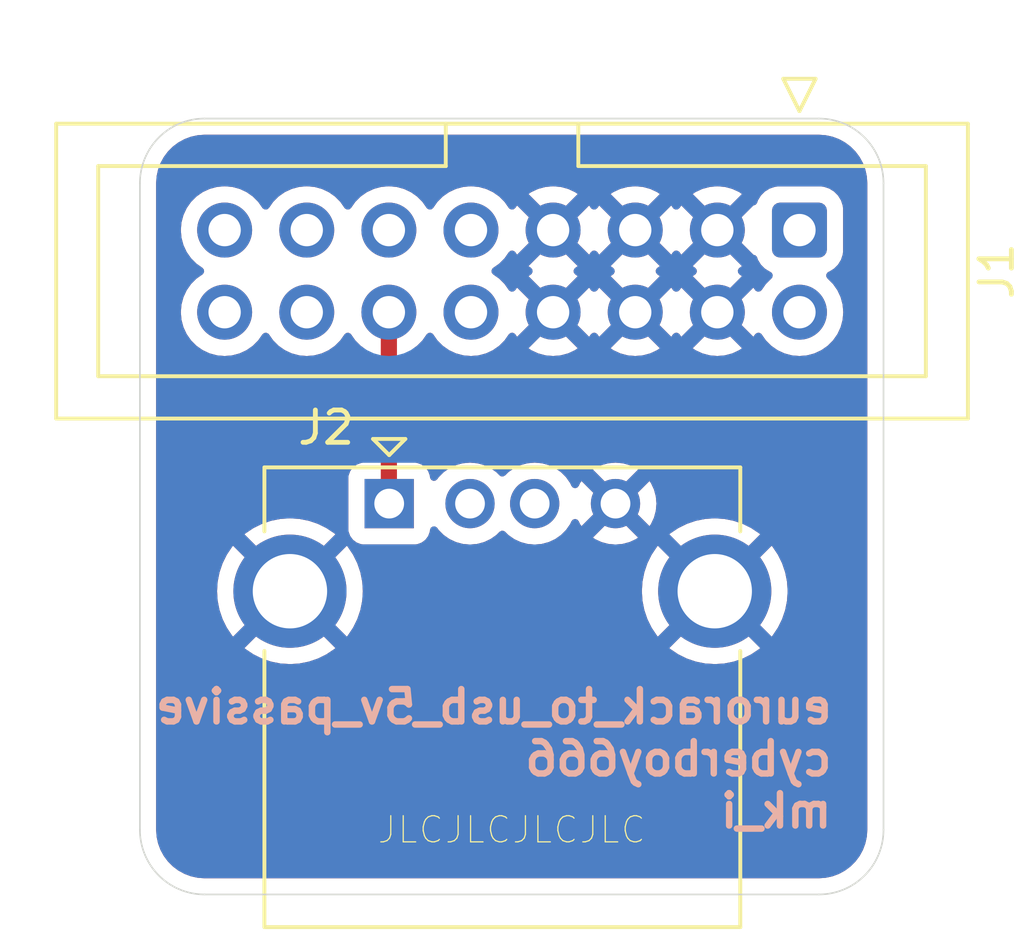
<source format=kicad_pcb>
(kicad_pcb (version 20240108) (generator "pcbnew") (generator_version "8.0")
  (layers (0 "F.Cu" signal) (31 "B.Cu" signal) (34 "B.Paste" user) (35 "F.Paste" user) (36 "B.SilkS" user "B.Silkscreen") (37 "F.SilkS" user "F.Silkscreen") (38 "B.Mask" user) (39 "F.Mask" user) (44 "Edge.Cuts" user))
  (net 0 "")
  (net 1 "GND")
  (net 10 "Net-(J1-Pin_12)")
  (footprint "Connector_USB:USB_A_CONNFLY_DS1095-WNR0" (layer "F.Cu") (at 145.21 87.91)
    (property "Reference" "J2" (at -1.95 -2.35 0) (layer "F.SilkS"))
    (property "Value" "usb-a-horizontal")
    (fp_line (start -3.86 -1.12) (end -3.86 0.86) (stroke (width 0.12)) (layer "F.SilkS"))
    (fp_line (start -3.86 -1.12) (end 10.86 -1.12) (stroke (width 0.12)) (layer "F.SilkS"))
    (fp_line (start -3.86 4.56) (end -3.86 13.1) (stroke (width 0.12)) (layer "F.SilkS"))
    (fp_line (start -3.86 13.1) (end 10.86 13.1) (stroke (width 0.12)) (layer "F.SilkS"))
    (fp_line (start -0.5 -2) (end 0 -1.5) (stroke (width 0.12)) (layer "F.SilkS"))
    (fp_line (start 0 -1.5) (end 0.5 -2) (stroke (width 0.12)) (layer "F.SilkS"))
    (fp_line (start 0.5 -2) (end -0.5 -2) (stroke (width 0.12)) (layer "F.SilkS"))
    (fp_line (start 10.86 0.86) (end 10.86 -1.12) (stroke (width 0.12)) (layer "F.SilkS"))
    (fp_line (start 10.86 4.56) (end 10.86 13.1) (stroke (width 0.12)) (layer "F.SilkS"))
    (pad "1" thru_hole rect (at 0 0) (size 1.524 1.524) (drill 0.92) (layers "*.Cu" "*.Mask") (net 10 "Net-(J1-Pin_12)"))
    (pad "2" thru_hole circle (at 2.5 0) (size 1.524 1.524) (drill 0.92) (layers "*.Cu" "*.Mask"))
    (pad "3" thru_hole circle (at 4.5 0) (size 1.524 1.524) (drill 0.92) (layers "*.Cu" "*.Mask"))
    (pad "4" thru_hole circle (at 7 0) (size 1.524 1.524) (drill 0.92) (layers "*.Cu" "*.Mask") (net 1 "GND"))
    (pad "5" thru_hole circle (at -3.07 2.71) (size 3.5 3.5) (drill 2.3) (layers "*.Cu" "*.Mask") (net 1 "GND"))
    (pad "5" thru_hole circle (at 10.07 2.71) (size 3.5 3.5) (drill 2.3) (layers "*.Cu" "*.Mask") (net 1 "GND"))
  )
  (footprint "Connector_IDC:IDC-Header_2x08_P2.54mm_Vertical" (layer "F.Cu") (at 157.9 79.45 -90)
    (property "Reference" "J1" (at 1.27 -6.1 90) (layer "F.SilkS"))
    (property "Value" "power_16pin_eurorack")
    (fp_line (start -3.29 22.99) (end -3.29 -5.21) (stroke (width 0.12)) (layer "F.SilkS"))
    (fp_line (start 5.83 22.99) (end -3.29 22.99) (stroke (width 0.12)) (layer "F.SilkS"))
    (fp_line (start -1.98 21.69) (end -1.98 10.94) (stroke (width 0.12)) (layer "F.SilkS"))
    (fp_line (start 4.52 21.69) (end -1.98 21.69) (stroke (width 0.12)) (layer "F.SilkS"))
    (fp_line (start -1.98 10.94) (end -3.29 10.94) (stroke (width 0.12)) (layer "F.SilkS"))
    (fp_line (start -1.98 10.94) (end -1.98 10.94) (stroke (width 0.12)) (layer "F.SilkS"))
    (fp_line (start -3.29 6.84) (end -1.98 6.84) (stroke (width 0.12)) (layer "F.SilkS"))
    (fp_line (start -1.98 6.84) (end -1.98 -3.91) (stroke (width 0.12)) (layer "F.SilkS"))
    (fp_line (start -4.68 0.5) (end -3.68 0) (stroke (width 0.12)) (layer "F.SilkS"))
    (fp_line (start -3.68 0) (end -4.68 -0.5) (stroke (width 0.12)) (layer "F.SilkS"))
    (fp_line (start -4.68 -0.5) (end -4.68 0.5) (stroke (width 0.12)) (layer "F.SilkS"))
    (fp_line (start -1.98 -3.91) (end 4.52 -3.91) (stroke (width 0.12)) (layer "F.SilkS"))
    (fp_line (start 4.52 -3.91) (end 4.52 21.69) (stroke (width 0.12)) (layer "F.SilkS"))
    (fp_line (start -3.29 -5.21) (end 5.83 -5.21) (stroke (width 0.12)) (layer "F.SilkS"))
    (fp_line (start 5.83 -5.21) (end 5.83 22.99) (stroke (width 0.12)) (layer "F.SilkS"))
    (pad "1" thru_hole roundrect (at 0 0 270) (size 1.7 1.7) (drill 1) (layers "*.Cu" "*.Mask") (roundrect_rratio 0.147059))
    (pad "2" thru_hole circle (at 2.54 0 270) (size 1.7 1.7) (drill 1) (layers "*.Cu" "*.Mask"))
    (pad "3" thru_hole circle (at 0 2.54 270) (size 1.7 1.7) (drill 1) (layers "*.Cu" "*.Mask") (net 1 "GND"))
    (pad "4" thru_hole circle (at 2.54 2.54 270) (size 1.7 1.7) (drill 1) (layers "*.Cu" "*.Mask") (net 1 "GND"))
    (pad "5" thru_hole circle (at 0 5.08 270) (size 1.7 1.7) (drill 1) (layers "*.Cu" "*.Mask") (net 1 "GND"))
    (pad "6" thru_hole circle (at 2.54 5.08 270) (size 1.7 1.7) (drill 1) (layers "*.Cu" "*.Mask") (net 1 "GND"))
    (pad "7" thru_hole circle (at 0 7.62 270) (size 1.7 1.7) (drill 1) (layers "*.Cu" "*.Mask") (net 1 "GND"))
    (pad "8" thru_hole circle (at 2.54 7.62 270) (size 1.7 1.7) (drill 1) (layers "*.Cu" "*.Mask") (net 1 "GND"))
    (pad "9" thru_hole circle (at 0 10.16 270) (size 1.7 1.7) (drill 1) (layers "*.Cu" "*.Mask"))
    (pad "10" thru_hole circle (at 2.54 10.16 270) (size 1.7 1.7) (drill 1) (layers "*.Cu" "*.Mask"))
    (pad "11" thru_hole circle (at 0 12.7 270) (size 1.7 1.7) (drill 1) (layers "*.Cu" "*.Mask"))
    (pad "12" thru_hole circle (at 2.54 12.7 270) (size 1.7 1.7) (drill 1) (layers "*.Cu" "*.Mask") (net 10 "Net-(J1-Pin_12)"))
    (pad "13" thru_hole circle (at 0 15.24 270) (size 1.7 1.7) (drill 1) (layers "*.Cu" "*.Mask"))
    (pad "14" thru_hole circle (at 2.54 15.24 270) (size 1.7 1.7) (drill 1) (layers "*.Cu" "*.Mask"))
    (pad "15" thru_hole circle (at 0 17.78 270) (size 1.7 1.7) (drill 1) (layers "*.Cu" "*.Mask"))
    (pad "16" thru_hole circle (at 2.54 17.78 270) (size 1.7 1.7) (drill 1) (layers "*.Cu" "*.Mask"))
  )
  (gr_arc (start 139.5 100) (mid 138.085786 99.414214) (end 137.5 98) (stroke (width 0.05)) (layer "Edge.Cuts"))
  (gr_arc (start 137.5 78) (mid 138.085786 76.585786) (end 139.5 76) (stroke (width 0.05)) (layer "Edge.Cuts"))
  (gr_line (start 158.5 76) (end 139.5 76) (stroke (width 0.05)) (layer "Edge.Cuts"))
  (gr_arc (start 160.5 98) (mid 159.914214 99.414214) (end 158.5 100) (stroke (width 0.05)) (layer "Edge.Cuts"))
  (gr_arc (start 158.5 76) (mid 159.914214 76.585786) (end 160.5 78) (stroke (width 0.05)) (layer "Edge.Cuts"))
  (gr_line (start 158.5 100) (end 139.5 100) (stroke (width 0.05)) (layer "Edge.Cuts"))
  (gr_line (start 137.5 78) (end 137.5 98) (stroke (width 0.05)) (layer "Edge.Cuts"))
  (gr_line (start 160.5 78) (end 160.5 98) (stroke (width 0.05)) (layer "Edge.Cuts"))
  (gr_text "eurorack_to_usb_5v_passive\ncyberboy666\nmk_i" (at 159 98 0) (layer "B.SilkS") (effects (font (size 1 1) (thickness 0.2) (bold yes)) (justify left bottom mirror)))
  (gr_text "JLCJLCJLCJLC" (at 149 98 0) (layer "F.SilkS") (effects (font (size 0.81 0.81) (thickness 0.03775))))
  (segment (start 145.2 81.99) (end 145.2 87.9) (width 0.5) (layer "F.Cu") (net 10))
  (segment (start 145.2 87.9) (end 145.21 87.91) (width 0.5) (layer "F.Cu") (net 10))
  (zone (net 1) (net_name "GND") (layers "F&B.Cu") (connect_pads (clearance 0.5)) (min_thickness 0.25) (fill yes (thermal_gap 0.5) (thermal_bridge_width 0.5))
    (polygon (pts (xy 137.5 76) (xy 160.5 76) (xy 160.5 100) (xy 137.5 100)))
  )
)
</source>
